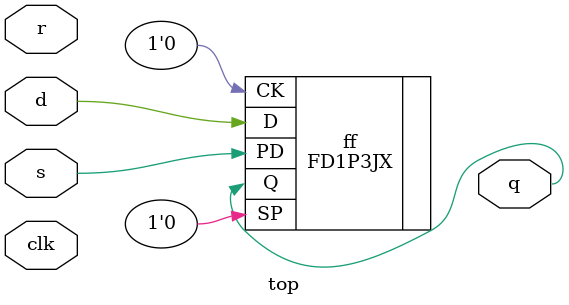
<source format=v>
module top(input clk, input d, input r, input s, output q);
    GSR gsr(.GSR(r));
    FD1P3JX ff(.D(d), .SP(1'b0), .PD(s), .CK(1'b0), .Q(q));
endmodule

</source>
